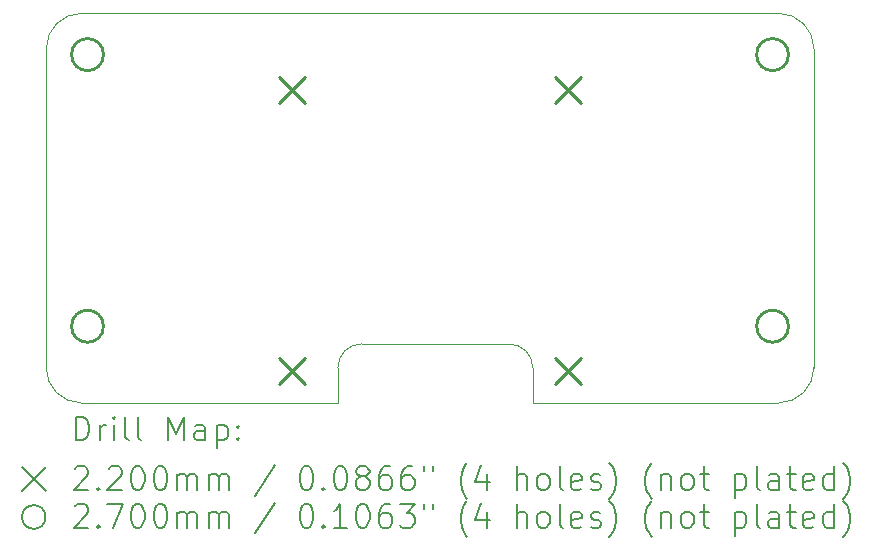
<source format=gbr>
%FSLAX45Y45*%
G04 Gerber Fmt 4.5, Leading zero omitted, Abs format (unit mm)*
G04 Created by KiCad (PCBNEW (6.0.4)) date 2022-03-24 17:43:34*
%MOMM*%
%LPD*%
G01*
G04 APERTURE LIST*
%TA.AperFunction,Profile*%
%ADD10C,0.100000*%
%TD*%
%ADD11C,0.200000*%
%ADD12C,0.220000*%
%ADD13C,0.270000*%
G04 APERTURE END LIST*
D10*
X14500000Y-8550000D02*
X14500000Y-8710000D01*
X10470000Y-11550000D02*
X10470000Y-11250000D01*
X13450000Y-8250000D02*
X14200000Y-8250000D01*
X8000000Y-8550000D02*
X8000000Y-11250000D01*
X8000000Y-11250000D02*
G75*
G03*
X8300000Y-11550000I300000J0D01*
G01*
X14500000Y-8550000D02*
G75*
G03*
X14200000Y-8250000I-300000J0D01*
G01*
X8300000Y-8250000D02*
G75*
G03*
X8000000Y-8550000I0J-300000D01*
G01*
X14200000Y-11550000D02*
G75*
G03*
X14500000Y-11250000I0J300000D01*
G01*
X14500000Y-10750000D02*
X14500000Y-11250000D01*
X10670000Y-11050000D02*
X11920000Y-11050000D01*
X12120000Y-11550000D02*
X14200000Y-11550000D01*
X10670000Y-11050000D02*
G75*
G03*
X10470000Y-11250000I0J-200000D01*
G01*
X12120000Y-11250000D02*
G75*
G03*
X11920000Y-11050000I-200000J0D01*
G01*
X10470000Y-11550000D02*
X8300000Y-11550000D01*
X11450000Y-8250000D02*
X13050000Y-8250000D01*
X12120000Y-11250000D02*
X12120000Y-11550000D01*
X14500000Y-9110000D02*
X14500000Y-10350000D01*
X8300000Y-8250000D02*
X9075000Y-8250000D01*
X9475000Y-8250000D02*
X11050000Y-8250000D01*
X14500000Y-10350000D02*
X14500000Y-10750000D01*
X14500000Y-8710000D02*
X14500000Y-9110000D01*
X13050000Y-8250000D02*
X13450000Y-8250000D01*
X11050000Y-8250000D02*
X11450000Y-8250000D01*
X9075000Y-8250000D02*
X9475000Y-8250000D01*
D11*
D12*
X9975000Y-8789000D02*
X10195000Y-9009000D01*
X10195000Y-8789000D02*
X9975000Y-9009000D01*
X9975000Y-11169000D02*
X10195000Y-11389000D01*
X10195000Y-11169000D02*
X9975000Y-11389000D01*
X12305000Y-8789000D02*
X12525000Y-9009000D01*
X12525000Y-8789000D02*
X12305000Y-9009000D01*
X12305000Y-11169000D02*
X12525000Y-11389000D01*
X12525000Y-11169000D02*
X12305000Y-11389000D01*
D13*
X8485000Y-8600000D02*
G75*
G03*
X8485000Y-8600000I-135000J0D01*
G01*
X8485000Y-10900000D02*
G75*
G03*
X8485000Y-10900000I-135000J0D01*
G01*
X14285000Y-8600000D02*
G75*
G03*
X14285000Y-8600000I-135000J0D01*
G01*
X14285000Y-10900000D02*
G75*
G03*
X14285000Y-10900000I-135000J0D01*
G01*
D11*
X8252619Y-11865476D02*
X8252619Y-11665476D01*
X8300238Y-11665476D01*
X8328809Y-11675000D01*
X8347857Y-11694048D01*
X8357381Y-11713095D01*
X8366905Y-11751190D01*
X8366905Y-11779762D01*
X8357381Y-11817857D01*
X8347857Y-11836905D01*
X8328809Y-11855952D01*
X8300238Y-11865476D01*
X8252619Y-11865476D01*
X8452619Y-11865476D02*
X8452619Y-11732143D01*
X8452619Y-11770238D02*
X8462143Y-11751190D01*
X8471667Y-11741667D01*
X8490714Y-11732143D01*
X8509762Y-11732143D01*
X8576429Y-11865476D02*
X8576429Y-11732143D01*
X8576429Y-11665476D02*
X8566905Y-11675000D01*
X8576429Y-11684524D01*
X8585952Y-11675000D01*
X8576429Y-11665476D01*
X8576429Y-11684524D01*
X8700238Y-11865476D02*
X8681190Y-11855952D01*
X8671667Y-11836905D01*
X8671667Y-11665476D01*
X8805000Y-11865476D02*
X8785952Y-11855952D01*
X8776429Y-11836905D01*
X8776429Y-11665476D01*
X9033571Y-11865476D02*
X9033571Y-11665476D01*
X9100238Y-11808333D01*
X9166905Y-11665476D01*
X9166905Y-11865476D01*
X9347857Y-11865476D02*
X9347857Y-11760714D01*
X9338333Y-11741667D01*
X9319286Y-11732143D01*
X9281190Y-11732143D01*
X9262143Y-11741667D01*
X9347857Y-11855952D02*
X9328810Y-11865476D01*
X9281190Y-11865476D01*
X9262143Y-11855952D01*
X9252619Y-11836905D01*
X9252619Y-11817857D01*
X9262143Y-11798809D01*
X9281190Y-11789286D01*
X9328810Y-11789286D01*
X9347857Y-11779762D01*
X9443095Y-11732143D02*
X9443095Y-11932143D01*
X9443095Y-11741667D02*
X9462143Y-11732143D01*
X9500238Y-11732143D01*
X9519286Y-11741667D01*
X9528810Y-11751190D01*
X9538333Y-11770238D01*
X9538333Y-11827381D01*
X9528810Y-11846428D01*
X9519286Y-11855952D01*
X9500238Y-11865476D01*
X9462143Y-11865476D01*
X9443095Y-11855952D01*
X9624048Y-11846428D02*
X9633571Y-11855952D01*
X9624048Y-11865476D01*
X9614524Y-11855952D01*
X9624048Y-11846428D01*
X9624048Y-11865476D01*
X9624048Y-11741667D02*
X9633571Y-11751190D01*
X9624048Y-11760714D01*
X9614524Y-11751190D01*
X9624048Y-11741667D01*
X9624048Y-11760714D01*
X7795000Y-12095000D02*
X7995000Y-12295000D01*
X7995000Y-12095000D02*
X7795000Y-12295000D01*
X8243095Y-12104524D02*
X8252619Y-12095000D01*
X8271667Y-12085476D01*
X8319286Y-12085476D01*
X8338333Y-12095000D01*
X8347857Y-12104524D01*
X8357381Y-12123571D01*
X8357381Y-12142619D01*
X8347857Y-12171190D01*
X8233571Y-12285476D01*
X8357381Y-12285476D01*
X8443095Y-12266428D02*
X8452619Y-12275952D01*
X8443095Y-12285476D01*
X8433571Y-12275952D01*
X8443095Y-12266428D01*
X8443095Y-12285476D01*
X8528810Y-12104524D02*
X8538333Y-12095000D01*
X8557381Y-12085476D01*
X8605000Y-12085476D01*
X8624048Y-12095000D01*
X8633571Y-12104524D01*
X8643095Y-12123571D01*
X8643095Y-12142619D01*
X8633571Y-12171190D01*
X8519286Y-12285476D01*
X8643095Y-12285476D01*
X8766905Y-12085476D02*
X8785952Y-12085476D01*
X8805000Y-12095000D01*
X8814524Y-12104524D01*
X8824048Y-12123571D01*
X8833571Y-12161667D01*
X8833571Y-12209286D01*
X8824048Y-12247381D01*
X8814524Y-12266428D01*
X8805000Y-12275952D01*
X8785952Y-12285476D01*
X8766905Y-12285476D01*
X8747857Y-12275952D01*
X8738333Y-12266428D01*
X8728810Y-12247381D01*
X8719286Y-12209286D01*
X8719286Y-12161667D01*
X8728810Y-12123571D01*
X8738333Y-12104524D01*
X8747857Y-12095000D01*
X8766905Y-12085476D01*
X8957381Y-12085476D02*
X8976429Y-12085476D01*
X8995476Y-12095000D01*
X9005000Y-12104524D01*
X9014524Y-12123571D01*
X9024048Y-12161667D01*
X9024048Y-12209286D01*
X9014524Y-12247381D01*
X9005000Y-12266428D01*
X8995476Y-12275952D01*
X8976429Y-12285476D01*
X8957381Y-12285476D01*
X8938333Y-12275952D01*
X8928810Y-12266428D01*
X8919286Y-12247381D01*
X8909762Y-12209286D01*
X8909762Y-12161667D01*
X8919286Y-12123571D01*
X8928810Y-12104524D01*
X8938333Y-12095000D01*
X8957381Y-12085476D01*
X9109762Y-12285476D02*
X9109762Y-12152143D01*
X9109762Y-12171190D02*
X9119286Y-12161667D01*
X9138333Y-12152143D01*
X9166905Y-12152143D01*
X9185952Y-12161667D01*
X9195476Y-12180714D01*
X9195476Y-12285476D01*
X9195476Y-12180714D02*
X9205000Y-12161667D01*
X9224048Y-12152143D01*
X9252619Y-12152143D01*
X9271667Y-12161667D01*
X9281190Y-12180714D01*
X9281190Y-12285476D01*
X9376429Y-12285476D02*
X9376429Y-12152143D01*
X9376429Y-12171190D02*
X9385952Y-12161667D01*
X9405000Y-12152143D01*
X9433571Y-12152143D01*
X9452619Y-12161667D01*
X9462143Y-12180714D01*
X9462143Y-12285476D01*
X9462143Y-12180714D02*
X9471667Y-12161667D01*
X9490714Y-12152143D01*
X9519286Y-12152143D01*
X9538333Y-12161667D01*
X9547857Y-12180714D01*
X9547857Y-12285476D01*
X9938333Y-12075952D02*
X9766905Y-12333095D01*
X10195476Y-12085476D02*
X10214524Y-12085476D01*
X10233571Y-12095000D01*
X10243095Y-12104524D01*
X10252619Y-12123571D01*
X10262143Y-12161667D01*
X10262143Y-12209286D01*
X10252619Y-12247381D01*
X10243095Y-12266428D01*
X10233571Y-12275952D01*
X10214524Y-12285476D01*
X10195476Y-12285476D01*
X10176429Y-12275952D01*
X10166905Y-12266428D01*
X10157381Y-12247381D01*
X10147857Y-12209286D01*
X10147857Y-12161667D01*
X10157381Y-12123571D01*
X10166905Y-12104524D01*
X10176429Y-12095000D01*
X10195476Y-12085476D01*
X10347857Y-12266428D02*
X10357381Y-12275952D01*
X10347857Y-12285476D01*
X10338333Y-12275952D01*
X10347857Y-12266428D01*
X10347857Y-12285476D01*
X10481190Y-12085476D02*
X10500238Y-12085476D01*
X10519286Y-12095000D01*
X10528810Y-12104524D01*
X10538333Y-12123571D01*
X10547857Y-12161667D01*
X10547857Y-12209286D01*
X10538333Y-12247381D01*
X10528810Y-12266428D01*
X10519286Y-12275952D01*
X10500238Y-12285476D01*
X10481190Y-12285476D01*
X10462143Y-12275952D01*
X10452619Y-12266428D01*
X10443095Y-12247381D01*
X10433571Y-12209286D01*
X10433571Y-12161667D01*
X10443095Y-12123571D01*
X10452619Y-12104524D01*
X10462143Y-12095000D01*
X10481190Y-12085476D01*
X10662143Y-12171190D02*
X10643095Y-12161667D01*
X10633571Y-12152143D01*
X10624048Y-12133095D01*
X10624048Y-12123571D01*
X10633571Y-12104524D01*
X10643095Y-12095000D01*
X10662143Y-12085476D01*
X10700238Y-12085476D01*
X10719286Y-12095000D01*
X10728810Y-12104524D01*
X10738333Y-12123571D01*
X10738333Y-12133095D01*
X10728810Y-12152143D01*
X10719286Y-12161667D01*
X10700238Y-12171190D01*
X10662143Y-12171190D01*
X10643095Y-12180714D01*
X10633571Y-12190238D01*
X10624048Y-12209286D01*
X10624048Y-12247381D01*
X10633571Y-12266428D01*
X10643095Y-12275952D01*
X10662143Y-12285476D01*
X10700238Y-12285476D01*
X10719286Y-12275952D01*
X10728810Y-12266428D01*
X10738333Y-12247381D01*
X10738333Y-12209286D01*
X10728810Y-12190238D01*
X10719286Y-12180714D01*
X10700238Y-12171190D01*
X10909762Y-12085476D02*
X10871667Y-12085476D01*
X10852619Y-12095000D01*
X10843095Y-12104524D01*
X10824048Y-12133095D01*
X10814524Y-12171190D01*
X10814524Y-12247381D01*
X10824048Y-12266428D01*
X10833571Y-12275952D01*
X10852619Y-12285476D01*
X10890714Y-12285476D01*
X10909762Y-12275952D01*
X10919286Y-12266428D01*
X10928810Y-12247381D01*
X10928810Y-12199762D01*
X10919286Y-12180714D01*
X10909762Y-12171190D01*
X10890714Y-12161667D01*
X10852619Y-12161667D01*
X10833571Y-12171190D01*
X10824048Y-12180714D01*
X10814524Y-12199762D01*
X11100238Y-12085476D02*
X11062143Y-12085476D01*
X11043095Y-12095000D01*
X11033571Y-12104524D01*
X11014524Y-12133095D01*
X11005000Y-12171190D01*
X11005000Y-12247381D01*
X11014524Y-12266428D01*
X11024048Y-12275952D01*
X11043095Y-12285476D01*
X11081190Y-12285476D01*
X11100238Y-12275952D01*
X11109762Y-12266428D01*
X11119286Y-12247381D01*
X11119286Y-12199762D01*
X11109762Y-12180714D01*
X11100238Y-12171190D01*
X11081190Y-12161667D01*
X11043095Y-12161667D01*
X11024048Y-12171190D01*
X11014524Y-12180714D01*
X11005000Y-12199762D01*
X11195476Y-12085476D02*
X11195476Y-12123571D01*
X11271667Y-12085476D02*
X11271667Y-12123571D01*
X11566905Y-12361667D02*
X11557381Y-12352143D01*
X11538333Y-12323571D01*
X11528809Y-12304524D01*
X11519286Y-12275952D01*
X11509762Y-12228333D01*
X11509762Y-12190238D01*
X11519286Y-12142619D01*
X11528809Y-12114048D01*
X11538333Y-12095000D01*
X11557381Y-12066428D01*
X11566905Y-12056905D01*
X11728809Y-12152143D02*
X11728809Y-12285476D01*
X11681190Y-12075952D02*
X11633571Y-12218809D01*
X11757381Y-12218809D01*
X11985952Y-12285476D02*
X11985952Y-12085476D01*
X12071667Y-12285476D02*
X12071667Y-12180714D01*
X12062143Y-12161667D01*
X12043095Y-12152143D01*
X12014524Y-12152143D01*
X11995476Y-12161667D01*
X11985952Y-12171190D01*
X12195476Y-12285476D02*
X12176428Y-12275952D01*
X12166905Y-12266428D01*
X12157381Y-12247381D01*
X12157381Y-12190238D01*
X12166905Y-12171190D01*
X12176428Y-12161667D01*
X12195476Y-12152143D01*
X12224048Y-12152143D01*
X12243095Y-12161667D01*
X12252619Y-12171190D01*
X12262143Y-12190238D01*
X12262143Y-12247381D01*
X12252619Y-12266428D01*
X12243095Y-12275952D01*
X12224048Y-12285476D01*
X12195476Y-12285476D01*
X12376428Y-12285476D02*
X12357381Y-12275952D01*
X12347857Y-12256905D01*
X12347857Y-12085476D01*
X12528809Y-12275952D02*
X12509762Y-12285476D01*
X12471667Y-12285476D01*
X12452619Y-12275952D01*
X12443095Y-12256905D01*
X12443095Y-12180714D01*
X12452619Y-12161667D01*
X12471667Y-12152143D01*
X12509762Y-12152143D01*
X12528809Y-12161667D01*
X12538333Y-12180714D01*
X12538333Y-12199762D01*
X12443095Y-12218809D01*
X12614524Y-12275952D02*
X12633571Y-12285476D01*
X12671667Y-12285476D01*
X12690714Y-12275952D01*
X12700238Y-12256905D01*
X12700238Y-12247381D01*
X12690714Y-12228333D01*
X12671667Y-12218809D01*
X12643095Y-12218809D01*
X12624048Y-12209286D01*
X12614524Y-12190238D01*
X12614524Y-12180714D01*
X12624048Y-12161667D01*
X12643095Y-12152143D01*
X12671667Y-12152143D01*
X12690714Y-12161667D01*
X12766905Y-12361667D02*
X12776428Y-12352143D01*
X12795476Y-12323571D01*
X12805000Y-12304524D01*
X12814524Y-12275952D01*
X12824048Y-12228333D01*
X12824048Y-12190238D01*
X12814524Y-12142619D01*
X12805000Y-12114048D01*
X12795476Y-12095000D01*
X12776428Y-12066428D01*
X12766905Y-12056905D01*
X13128809Y-12361667D02*
X13119286Y-12352143D01*
X13100238Y-12323571D01*
X13090714Y-12304524D01*
X13081190Y-12275952D01*
X13071667Y-12228333D01*
X13071667Y-12190238D01*
X13081190Y-12142619D01*
X13090714Y-12114048D01*
X13100238Y-12095000D01*
X13119286Y-12066428D01*
X13128809Y-12056905D01*
X13205000Y-12152143D02*
X13205000Y-12285476D01*
X13205000Y-12171190D02*
X13214524Y-12161667D01*
X13233571Y-12152143D01*
X13262143Y-12152143D01*
X13281190Y-12161667D01*
X13290714Y-12180714D01*
X13290714Y-12285476D01*
X13414524Y-12285476D02*
X13395476Y-12275952D01*
X13385952Y-12266428D01*
X13376428Y-12247381D01*
X13376428Y-12190238D01*
X13385952Y-12171190D01*
X13395476Y-12161667D01*
X13414524Y-12152143D01*
X13443095Y-12152143D01*
X13462143Y-12161667D01*
X13471667Y-12171190D01*
X13481190Y-12190238D01*
X13481190Y-12247381D01*
X13471667Y-12266428D01*
X13462143Y-12275952D01*
X13443095Y-12285476D01*
X13414524Y-12285476D01*
X13538333Y-12152143D02*
X13614524Y-12152143D01*
X13566905Y-12085476D02*
X13566905Y-12256905D01*
X13576428Y-12275952D01*
X13595476Y-12285476D01*
X13614524Y-12285476D01*
X13833571Y-12152143D02*
X13833571Y-12352143D01*
X13833571Y-12161667D02*
X13852619Y-12152143D01*
X13890714Y-12152143D01*
X13909762Y-12161667D01*
X13919286Y-12171190D01*
X13928809Y-12190238D01*
X13928809Y-12247381D01*
X13919286Y-12266428D01*
X13909762Y-12275952D01*
X13890714Y-12285476D01*
X13852619Y-12285476D01*
X13833571Y-12275952D01*
X14043095Y-12285476D02*
X14024048Y-12275952D01*
X14014524Y-12256905D01*
X14014524Y-12085476D01*
X14205000Y-12285476D02*
X14205000Y-12180714D01*
X14195476Y-12161667D01*
X14176428Y-12152143D01*
X14138333Y-12152143D01*
X14119286Y-12161667D01*
X14205000Y-12275952D02*
X14185952Y-12285476D01*
X14138333Y-12285476D01*
X14119286Y-12275952D01*
X14109762Y-12256905D01*
X14109762Y-12237857D01*
X14119286Y-12218809D01*
X14138333Y-12209286D01*
X14185952Y-12209286D01*
X14205000Y-12199762D01*
X14271667Y-12152143D02*
X14347857Y-12152143D01*
X14300238Y-12085476D02*
X14300238Y-12256905D01*
X14309762Y-12275952D01*
X14328809Y-12285476D01*
X14347857Y-12285476D01*
X14490714Y-12275952D02*
X14471667Y-12285476D01*
X14433571Y-12285476D01*
X14414524Y-12275952D01*
X14405000Y-12256905D01*
X14405000Y-12180714D01*
X14414524Y-12161667D01*
X14433571Y-12152143D01*
X14471667Y-12152143D01*
X14490714Y-12161667D01*
X14500238Y-12180714D01*
X14500238Y-12199762D01*
X14405000Y-12218809D01*
X14671667Y-12285476D02*
X14671667Y-12085476D01*
X14671667Y-12275952D02*
X14652619Y-12285476D01*
X14614524Y-12285476D01*
X14595476Y-12275952D01*
X14585952Y-12266428D01*
X14576428Y-12247381D01*
X14576428Y-12190238D01*
X14585952Y-12171190D01*
X14595476Y-12161667D01*
X14614524Y-12152143D01*
X14652619Y-12152143D01*
X14671667Y-12161667D01*
X14747857Y-12361667D02*
X14757381Y-12352143D01*
X14776428Y-12323571D01*
X14785952Y-12304524D01*
X14795476Y-12275952D01*
X14805000Y-12228333D01*
X14805000Y-12190238D01*
X14795476Y-12142619D01*
X14785952Y-12114048D01*
X14776428Y-12095000D01*
X14757381Y-12066428D01*
X14747857Y-12056905D01*
X7995000Y-12515000D02*
G75*
G03*
X7995000Y-12515000I-100000J0D01*
G01*
X8243095Y-12424524D02*
X8252619Y-12415000D01*
X8271667Y-12405476D01*
X8319286Y-12405476D01*
X8338333Y-12415000D01*
X8347857Y-12424524D01*
X8357381Y-12443571D01*
X8357381Y-12462619D01*
X8347857Y-12491190D01*
X8233571Y-12605476D01*
X8357381Y-12605476D01*
X8443095Y-12586428D02*
X8452619Y-12595952D01*
X8443095Y-12605476D01*
X8433571Y-12595952D01*
X8443095Y-12586428D01*
X8443095Y-12605476D01*
X8519286Y-12405476D02*
X8652619Y-12405476D01*
X8566905Y-12605476D01*
X8766905Y-12405476D02*
X8785952Y-12405476D01*
X8805000Y-12415000D01*
X8814524Y-12424524D01*
X8824048Y-12443571D01*
X8833571Y-12481667D01*
X8833571Y-12529286D01*
X8824048Y-12567381D01*
X8814524Y-12586428D01*
X8805000Y-12595952D01*
X8785952Y-12605476D01*
X8766905Y-12605476D01*
X8747857Y-12595952D01*
X8738333Y-12586428D01*
X8728810Y-12567381D01*
X8719286Y-12529286D01*
X8719286Y-12481667D01*
X8728810Y-12443571D01*
X8738333Y-12424524D01*
X8747857Y-12415000D01*
X8766905Y-12405476D01*
X8957381Y-12405476D02*
X8976429Y-12405476D01*
X8995476Y-12415000D01*
X9005000Y-12424524D01*
X9014524Y-12443571D01*
X9024048Y-12481667D01*
X9024048Y-12529286D01*
X9014524Y-12567381D01*
X9005000Y-12586428D01*
X8995476Y-12595952D01*
X8976429Y-12605476D01*
X8957381Y-12605476D01*
X8938333Y-12595952D01*
X8928810Y-12586428D01*
X8919286Y-12567381D01*
X8909762Y-12529286D01*
X8909762Y-12481667D01*
X8919286Y-12443571D01*
X8928810Y-12424524D01*
X8938333Y-12415000D01*
X8957381Y-12405476D01*
X9109762Y-12605476D02*
X9109762Y-12472143D01*
X9109762Y-12491190D02*
X9119286Y-12481667D01*
X9138333Y-12472143D01*
X9166905Y-12472143D01*
X9185952Y-12481667D01*
X9195476Y-12500714D01*
X9195476Y-12605476D01*
X9195476Y-12500714D02*
X9205000Y-12481667D01*
X9224048Y-12472143D01*
X9252619Y-12472143D01*
X9271667Y-12481667D01*
X9281190Y-12500714D01*
X9281190Y-12605476D01*
X9376429Y-12605476D02*
X9376429Y-12472143D01*
X9376429Y-12491190D02*
X9385952Y-12481667D01*
X9405000Y-12472143D01*
X9433571Y-12472143D01*
X9452619Y-12481667D01*
X9462143Y-12500714D01*
X9462143Y-12605476D01*
X9462143Y-12500714D02*
X9471667Y-12481667D01*
X9490714Y-12472143D01*
X9519286Y-12472143D01*
X9538333Y-12481667D01*
X9547857Y-12500714D01*
X9547857Y-12605476D01*
X9938333Y-12395952D02*
X9766905Y-12653095D01*
X10195476Y-12405476D02*
X10214524Y-12405476D01*
X10233571Y-12415000D01*
X10243095Y-12424524D01*
X10252619Y-12443571D01*
X10262143Y-12481667D01*
X10262143Y-12529286D01*
X10252619Y-12567381D01*
X10243095Y-12586428D01*
X10233571Y-12595952D01*
X10214524Y-12605476D01*
X10195476Y-12605476D01*
X10176429Y-12595952D01*
X10166905Y-12586428D01*
X10157381Y-12567381D01*
X10147857Y-12529286D01*
X10147857Y-12481667D01*
X10157381Y-12443571D01*
X10166905Y-12424524D01*
X10176429Y-12415000D01*
X10195476Y-12405476D01*
X10347857Y-12586428D02*
X10357381Y-12595952D01*
X10347857Y-12605476D01*
X10338333Y-12595952D01*
X10347857Y-12586428D01*
X10347857Y-12605476D01*
X10547857Y-12605476D02*
X10433571Y-12605476D01*
X10490714Y-12605476D02*
X10490714Y-12405476D01*
X10471667Y-12434048D01*
X10452619Y-12453095D01*
X10433571Y-12462619D01*
X10671667Y-12405476D02*
X10690714Y-12405476D01*
X10709762Y-12415000D01*
X10719286Y-12424524D01*
X10728810Y-12443571D01*
X10738333Y-12481667D01*
X10738333Y-12529286D01*
X10728810Y-12567381D01*
X10719286Y-12586428D01*
X10709762Y-12595952D01*
X10690714Y-12605476D01*
X10671667Y-12605476D01*
X10652619Y-12595952D01*
X10643095Y-12586428D01*
X10633571Y-12567381D01*
X10624048Y-12529286D01*
X10624048Y-12481667D01*
X10633571Y-12443571D01*
X10643095Y-12424524D01*
X10652619Y-12415000D01*
X10671667Y-12405476D01*
X10909762Y-12405476D02*
X10871667Y-12405476D01*
X10852619Y-12415000D01*
X10843095Y-12424524D01*
X10824048Y-12453095D01*
X10814524Y-12491190D01*
X10814524Y-12567381D01*
X10824048Y-12586428D01*
X10833571Y-12595952D01*
X10852619Y-12605476D01*
X10890714Y-12605476D01*
X10909762Y-12595952D01*
X10919286Y-12586428D01*
X10928810Y-12567381D01*
X10928810Y-12519762D01*
X10919286Y-12500714D01*
X10909762Y-12491190D01*
X10890714Y-12481667D01*
X10852619Y-12481667D01*
X10833571Y-12491190D01*
X10824048Y-12500714D01*
X10814524Y-12519762D01*
X10995476Y-12405476D02*
X11119286Y-12405476D01*
X11052619Y-12481667D01*
X11081190Y-12481667D01*
X11100238Y-12491190D01*
X11109762Y-12500714D01*
X11119286Y-12519762D01*
X11119286Y-12567381D01*
X11109762Y-12586428D01*
X11100238Y-12595952D01*
X11081190Y-12605476D01*
X11024048Y-12605476D01*
X11005000Y-12595952D01*
X10995476Y-12586428D01*
X11195476Y-12405476D02*
X11195476Y-12443571D01*
X11271667Y-12405476D02*
X11271667Y-12443571D01*
X11566905Y-12681667D02*
X11557381Y-12672143D01*
X11538333Y-12643571D01*
X11528809Y-12624524D01*
X11519286Y-12595952D01*
X11509762Y-12548333D01*
X11509762Y-12510238D01*
X11519286Y-12462619D01*
X11528809Y-12434048D01*
X11538333Y-12415000D01*
X11557381Y-12386428D01*
X11566905Y-12376905D01*
X11728809Y-12472143D02*
X11728809Y-12605476D01*
X11681190Y-12395952D02*
X11633571Y-12538809D01*
X11757381Y-12538809D01*
X11985952Y-12605476D02*
X11985952Y-12405476D01*
X12071667Y-12605476D02*
X12071667Y-12500714D01*
X12062143Y-12481667D01*
X12043095Y-12472143D01*
X12014524Y-12472143D01*
X11995476Y-12481667D01*
X11985952Y-12491190D01*
X12195476Y-12605476D02*
X12176428Y-12595952D01*
X12166905Y-12586428D01*
X12157381Y-12567381D01*
X12157381Y-12510238D01*
X12166905Y-12491190D01*
X12176428Y-12481667D01*
X12195476Y-12472143D01*
X12224048Y-12472143D01*
X12243095Y-12481667D01*
X12252619Y-12491190D01*
X12262143Y-12510238D01*
X12262143Y-12567381D01*
X12252619Y-12586428D01*
X12243095Y-12595952D01*
X12224048Y-12605476D01*
X12195476Y-12605476D01*
X12376428Y-12605476D02*
X12357381Y-12595952D01*
X12347857Y-12576905D01*
X12347857Y-12405476D01*
X12528809Y-12595952D02*
X12509762Y-12605476D01*
X12471667Y-12605476D01*
X12452619Y-12595952D01*
X12443095Y-12576905D01*
X12443095Y-12500714D01*
X12452619Y-12481667D01*
X12471667Y-12472143D01*
X12509762Y-12472143D01*
X12528809Y-12481667D01*
X12538333Y-12500714D01*
X12538333Y-12519762D01*
X12443095Y-12538809D01*
X12614524Y-12595952D02*
X12633571Y-12605476D01*
X12671667Y-12605476D01*
X12690714Y-12595952D01*
X12700238Y-12576905D01*
X12700238Y-12567381D01*
X12690714Y-12548333D01*
X12671667Y-12538809D01*
X12643095Y-12538809D01*
X12624048Y-12529286D01*
X12614524Y-12510238D01*
X12614524Y-12500714D01*
X12624048Y-12481667D01*
X12643095Y-12472143D01*
X12671667Y-12472143D01*
X12690714Y-12481667D01*
X12766905Y-12681667D02*
X12776428Y-12672143D01*
X12795476Y-12643571D01*
X12805000Y-12624524D01*
X12814524Y-12595952D01*
X12824048Y-12548333D01*
X12824048Y-12510238D01*
X12814524Y-12462619D01*
X12805000Y-12434048D01*
X12795476Y-12415000D01*
X12776428Y-12386428D01*
X12766905Y-12376905D01*
X13128809Y-12681667D02*
X13119286Y-12672143D01*
X13100238Y-12643571D01*
X13090714Y-12624524D01*
X13081190Y-12595952D01*
X13071667Y-12548333D01*
X13071667Y-12510238D01*
X13081190Y-12462619D01*
X13090714Y-12434048D01*
X13100238Y-12415000D01*
X13119286Y-12386428D01*
X13128809Y-12376905D01*
X13205000Y-12472143D02*
X13205000Y-12605476D01*
X13205000Y-12491190D02*
X13214524Y-12481667D01*
X13233571Y-12472143D01*
X13262143Y-12472143D01*
X13281190Y-12481667D01*
X13290714Y-12500714D01*
X13290714Y-12605476D01*
X13414524Y-12605476D02*
X13395476Y-12595952D01*
X13385952Y-12586428D01*
X13376428Y-12567381D01*
X13376428Y-12510238D01*
X13385952Y-12491190D01*
X13395476Y-12481667D01*
X13414524Y-12472143D01*
X13443095Y-12472143D01*
X13462143Y-12481667D01*
X13471667Y-12491190D01*
X13481190Y-12510238D01*
X13481190Y-12567381D01*
X13471667Y-12586428D01*
X13462143Y-12595952D01*
X13443095Y-12605476D01*
X13414524Y-12605476D01*
X13538333Y-12472143D02*
X13614524Y-12472143D01*
X13566905Y-12405476D02*
X13566905Y-12576905D01*
X13576428Y-12595952D01*
X13595476Y-12605476D01*
X13614524Y-12605476D01*
X13833571Y-12472143D02*
X13833571Y-12672143D01*
X13833571Y-12481667D02*
X13852619Y-12472143D01*
X13890714Y-12472143D01*
X13909762Y-12481667D01*
X13919286Y-12491190D01*
X13928809Y-12510238D01*
X13928809Y-12567381D01*
X13919286Y-12586428D01*
X13909762Y-12595952D01*
X13890714Y-12605476D01*
X13852619Y-12605476D01*
X13833571Y-12595952D01*
X14043095Y-12605476D02*
X14024048Y-12595952D01*
X14014524Y-12576905D01*
X14014524Y-12405476D01*
X14205000Y-12605476D02*
X14205000Y-12500714D01*
X14195476Y-12481667D01*
X14176428Y-12472143D01*
X14138333Y-12472143D01*
X14119286Y-12481667D01*
X14205000Y-12595952D02*
X14185952Y-12605476D01*
X14138333Y-12605476D01*
X14119286Y-12595952D01*
X14109762Y-12576905D01*
X14109762Y-12557857D01*
X14119286Y-12538809D01*
X14138333Y-12529286D01*
X14185952Y-12529286D01*
X14205000Y-12519762D01*
X14271667Y-12472143D02*
X14347857Y-12472143D01*
X14300238Y-12405476D02*
X14300238Y-12576905D01*
X14309762Y-12595952D01*
X14328809Y-12605476D01*
X14347857Y-12605476D01*
X14490714Y-12595952D02*
X14471667Y-12605476D01*
X14433571Y-12605476D01*
X14414524Y-12595952D01*
X14405000Y-12576905D01*
X14405000Y-12500714D01*
X14414524Y-12481667D01*
X14433571Y-12472143D01*
X14471667Y-12472143D01*
X14490714Y-12481667D01*
X14500238Y-12500714D01*
X14500238Y-12519762D01*
X14405000Y-12538809D01*
X14671667Y-12605476D02*
X14671667Y-12405476D01*
X14671667Y-12595952D02*
X14652619Y-12605476D01*
X14614524Y-12605476D01*
X14595476Y-12595952D01*
X14585952Y-12586428D01*
X14576428Y-12567381D01*
X14576428Y-12510238D01*
X14585952Y-12491190D01*
X14595476Y-12481667D01*
X14614524Y-12472143D01*
X14652619Y-12472143D01*
X14671667Y-12481667D01*
X14747857Y-12681667D02*
X14757381Y-12672143D01*
X14776428Y-12643571D01*
X14785952Y-12624524D01*
X14795476Y-12595952D01*
X14805000Y-12548333D01*
X14805000Y-12510238D01*
X14795476Y-12462619D01*
X14785952Y-12434048D01*
X14776428Y-12415000D01*
X14757381Y-12386428D01*
X14747857Y-12376905D01*
M02*

</source>
